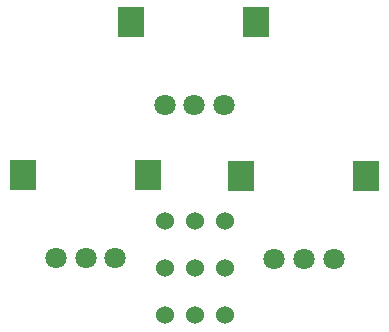
<source format=gbr>
%TF.GenerationSoftware,KiCad,Pcbnew,5.1.10*%
%TF.CreationDate,2021-09-21T18:29:05-07:00*%
%TF.ProjectId,PotBoard,506f7442-6f61-4726-942e-6b696361645f,rev?*%
%TF.SameCoordinates,Original*%
%TF.FileFunction,Soldermask,Bot*%
%TF.FilePolarity,Negative*%
%FSLAX46Y46*%
G04 Gerber Fmt 4.6, Leading zero omitted, Abs format (unit mm)*
G04 Created by KiCad (PCBNEW 5.1.10) date 2021-09-21 18:29:05*
%MOMM*%
%LPD*%
G01*
G04 APERTURE LIST*
%ADD10C,1.524000*%
%ADD11C,1.800000*%
%ADD12R,2.286000X2.540000*%
G04 APERTURE END LIST*
D10*
%TO.C,J3*%
X139954000Y-122428000D03*
X137414000Y-122428000D03*
X134874000Y-122428000D03*
%TD*%
%TO.C,J2*%
X134874000Y-118440200D03*
X137414000Y-118440200D03*
X139954000Y-118440200D03*
%TD*%
%TO.C,J1*%
X139954000Y-126441200D03*
X137414000Y-126441200D03*
X134874000Y-126441200D03*
%TD*%
D11*
%TO.C,RV3*%
X144146260Y-121666000D03*
X146646260Y-121666000D03*
X149146260Y-121666000D03*
D12*
X151902160Y-114655600D03*
X141310360Y-114655600D03*
%TD*%
D11*
%TO.C,RV2*%
X134865100Y-108663740D03*
X137365100Y-108663740D03*
X139865100Y-108663740D03*
D12*
X142621000Y-101653340D03*
X132029200Y-101653340D03*
%TD*%
D11*
%TO.C,RV1*%
X125670300Y-121630440D03*
X128170300Y-121630440D03*
X130670300Y-121630440D03*
D12*
X133426200Y-114620040D03*
X122834400Y-114620040D03*
%TD*%
M02*

</source>
